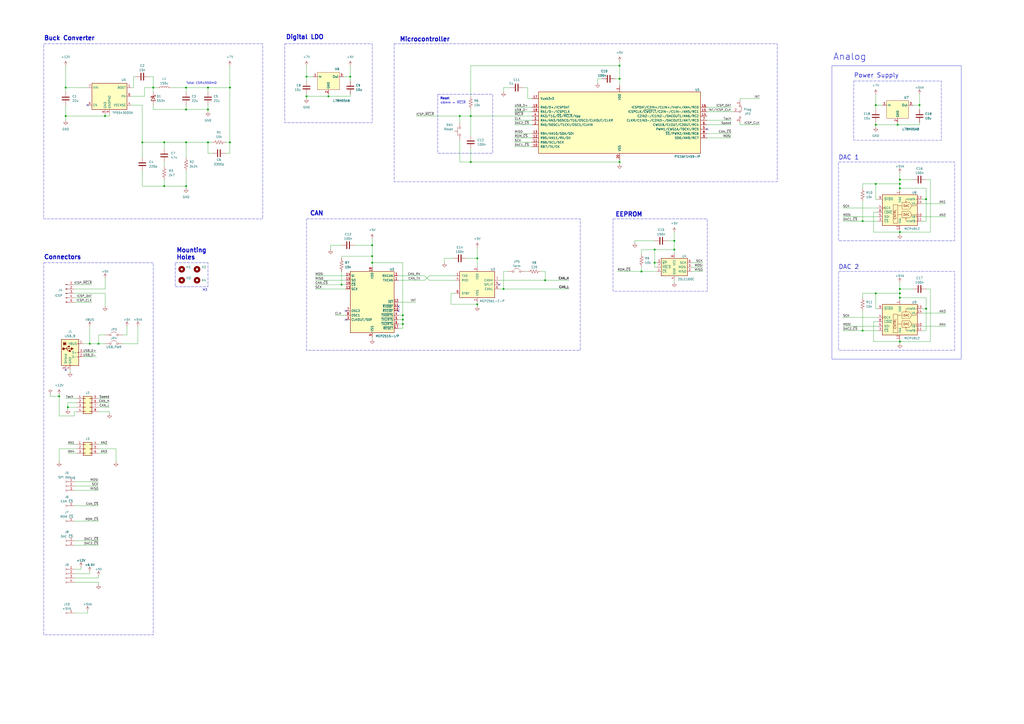
<source format=kicad_sch>
(kicad_sch (version 20250114) (generator "eeschema") (generator_version "9.0")
  (paper "A2")
  (title_block (title "CAN Gauge Interface") (date "2025-09-19") (rev "0.1") (company "Sam Anthony"))
  (rectangle (start 25.4 25.4) (end 152.4 127) (stroke (width 0) (type dash)))
  (rectangle (start 495.3 46.99) (end 546.1 81.28) (stroke (width 0) (type dash)))
  (rectangle (start 355.6 127) (end 410.21 168.91) (stroke (width 0) (type dash)))
  (rectangle (start 101.6 152.3999) (end 120.65 166.3699) (stroke (width 0) (type dash)))
  (rectangle (start 165.1 25.4) (end 215.9 71.12) (stroke (width 0) (type dash)))
  (rectangle (start 254 54.61) (end 285.75 88.9) (stroke (width 0) (type dash)))
  (rectangle (start 486.41 157.48) (end 553.72 203.2) (stroke (width 0) (type dash)))
  (rectangle (start 177.8 127) (end 336.55 203.2) (stroke (width 0) (type dash)))
  (rectangle (start 25.4 152.4) (end 88.9 368.3) (stroke (width 0) (type dash)))
  (rectangle (start 486.41 93.98) (end 553.72 139.7) (stroke (width 0) (type dash)))
  (rectangle (start 228.6 25.4) (end 450.85 105.41) (stroke (width 0) (type dash)))
  (rectangle (start 482.6 38.1) (end 557.53 208.28))
  (text "Connectors" (at 25.4 149.225 0) (effects (font (size 2.54 2.54) (thickness 0.508) (bold yes)) (justify left)))
  (text "Power Supply" (at 495.3 43.815 0) (effects (font (size 2.54 2.54) (thickness 0.254) (bold yes)) (justify left)))
  (text "Buck Converter" (at 25.4 22.225 0) (effects (font (size 2.54 2.54) (thickness 0.508) (bold yes)) (justify left)))
  (text "Total ESR≤550mΩ" (at 107.95 48.26 0) (effects (font (size 1.27 1.27)) (justify left)))
  (text "CAN" (at 179.705 123.825 0) (effects (font (size 2.54 2.54) (thickness 0.508) (bold yes)) (justify left)))
  (text "Reset" (at 255.27 57.15 0) (effects (font (size 1.27 1.27) (thickness 0.254) (bold yes)) (justify left)))
  (text "Mounting\nHoles" (at 102.235 147.3199 0) (effects (font (size 2.54 2.54) (thickness 0.508) (bold yes)) (justify left)))
  (text "M3\n" (at 117.475 168.2749 0) (effects (font (size 1.27 1.27)) (justify left)))
  (text "EEPROM" (at 356.87 124.46 0) (effects (font (size 2.54 2.54) (thickness 0.508) (bold yes)) (justify left)))
  (text "Digital LDO" (at 165.735 21.59 0) (effects (font (size 2.54 2.54) (thickness 0.508) (bold yes)) (justify left)))
  (text "≤6mm ↔ ~{MCLR}" (at 255.27 59.69 0) (effects (font (size 1.27 1.27)) (justify left)))
  (text "DAC 1" (at 486.41 91.44 0) (effects (font (size 2.54 2.54) (thickness 0.254) (bold yes)) (justify left)))
  (text "Microcontroller" (at 231.775 22.86 0) (effects (font (size 2.54 2.54) (thickness 0.508) (bold yes)) (justify left)))
  (text "Analog" (at 483.235 33.02 0) (effects (font (size 3.81 3.81) (thickness 0.254) (bold yes)) (justify left)))
  (text "DAC 2" (at 486.41 154.94 0) (effects (font (size 2.54 2.54) (thickness 0.254) (bold yes)) (justify left)))
  (junction (at 38.1 50.8))
  (junction (at 120.65 50.8))
  (junction (at 39.37 236.22))
  (junction (at 521.97 170.18))
  (junction (at 120.65 63.5))
  (junction (at 521.97 172.72))
  (junction (at 391.16 144.78))
  (junction (at 521.97 104.14))
  (junction (at 233.68 185.42))
  (junction (at 533.4 60.96))
  (junction (at 508 170.18))
  (junction (at 391.16 139.7))
  (junction (at 537.21 115.57))
  (junction (at 60.96 67.31))
  (junction (at 500.38 191.77))
  (junction (at 107.95 82.55))
  (junction (at 34.29 229.87))
  (junction (at 359.41 38.1))
  (junction (at 203.2 44.45))
  (junction (at 107.95 63.5))
  (junction (at 273.05 93.98))
  (junction (at 177.8 55.88))
  (junction (at 233.68 182.88))
  (junction (at 359.41 45.72))
  (junction (at 120.65 82.55))
  (junction (at 266.7 67.31))
  (junction (at 500.38 128.27))
  (junction (at 88.9 50.8))
  (junction (at 521.97 134.62))
  (junction (at 95.25 107.95))
  (junction (at 82.55 82.55))
  (junction (at 38.1 67.31))
  (junction (at 359.41 93.98))
  (junction (at 107.95 107.95))
  (junction (at 215.9 142.24))
  (junction (at 521.97 106.68))
  (junction (at 521.97 198.12))
  (junction (at 537.21 179.07))
  (junction (at 95.25 82.55))
  (junction (at 276.86 176.53))
  (junction (at 508 60.96))
  (junction (at 215.9 152.4))
  (junction (at 57.15 199.39))
  (junction (at 276.86 149.86))
  (junction (at 52.07 199.39))
  (junction (at 316.23 162.56))
  (junction (at 379.73 152.4))
  (junction (at 133.35 50.8))
  (junction (at 521.97 167.64))
  (junction (at 372.11 157.48))
  (junction (at 215.9 148.59))
  (junction (at 508 106.68))
  (junction (at 190.5 55.88))
  (junction (at 198.12 165.1))
  (junction (at 508 72.39))
  (junction (at 379.73 144.78))
  (junction (at 133.35 82.55))
  (junction (at 520.7 72.39))
  (junction (at 521.97 109.22))
  (junction (at 177.8 44.45))
  (junction (at 107.95 50.8))
  (junction (at 273.05 67.31))
  (junction (at 233.68 187.96))
  (junction (at 292.1 167.64))
  (no_connect (at 231.14 177.8))
  (no_connect (at 38.1 214.63))
  (no_connect (at 200.66 185.42))
  (no_connect (at 50.8 60.96))
  (no_connect (at 289.56 165.1))
  (no_connect (at 200.66 180.34))
  (no_connect (at 410.21 74.93))
  (no_connect (at 231.14 180.34))
  (wire (pts (xy 231.14 162.56) (xy 246.38 162.56)))
  (wire (pts (xy 410.21 69.85) (xy 424.18 69.85)))
  (wire (pts (xy 203.2 55.88) (xy 203.2 54.61)))
  (wire (pts (xy 215.9 142.24) (xy 215.9 148.59)))
  (wire (pts (xy 57.15 199.39) (xy 60.96 199.39)))
  (wire (pts (xy 506.73 186.69) (xy 509.27 186.69)))
  (wire (pts (xy 292.1 157.48) (xy 294.64 157.48)))
  (wire (pts (xy 44.45 260.35) (xy 34.29 260.35)))
  (wire (pts (xy 48.26 204.47) (xy 55.88 204.47)))
  (wire (pts (xy 233.68 187.96) (xy 233.68 185.42)))
  (wire (pts (xy 506.73 123.19) (xy 509.27 123.19)))
  (wire (pts (xy 231.14 187.96) (xy 233.68 187.96)))
  (wire (pts (xy 57.15 194.31) (xy 57.15 199.39)))
  (wire (pts (xy 289.56 167.64) (xy 292.1 167.64)))
  (wire (pts (xy 273.05 55.88) (xy 273.05 38.1)))
  (wire (pts (xy 266.7 67.31) (xy 266.7 71.12)))
  (wire (pts (xy 521.97 172.72) (xy 521.97 173.99)))
  (wire (pts (xy 215.9 195.58) (xy 215.9 196.85)))
  (wire (pts (xy 60.96 167.64) (xy 60.96 161.29)))
  (wire (pts (xy 266.7 67.31) (xy 273.05 67.31)))
  (wire (pts (xy 381 152.4) (xy 379.73 152.4)))
  (wire (pts (xy 508 71.12) (xy 508 72.39)))
  (wire (pts (xy 38.1 38.1) (xy 38.1 50.8)))
  (wire (pts (xy 262.89 149.86) (xy 257.81 149.86)))
  (wire (pts (xy 508 179.07) (xy 508 170.18)))
  (wire (pts (xy 177.8 55.88) (xy 190.5 55.88)))
  (wire (pts (xy 500.38 191.77) (xy 509.27 191.77)))
  (wire (pts (xy 372.11 144.78) (xy 379.73 144.78)))
  (wire (pts (xy 534.67 128.27) (xy 537.21 128.27)))
  (wire (pts (xy 488.95 184.15) (xy 509.27 184.15)))
  (wire (pts (xy 120.65 50.8) (xy 133.35 50.8)))
  (wire (pts (xy 521.97 196.85) (xy 521.97 198.12)))
  (wire (pts (xy 82.55 91.44) (xy 82.55 82.55)))
  (wire (pts (xy 233.68 185.42) (xy 233.68 182.88)))
  (wire (pts (xy 123.19 82.55) (xy 120.65 82.55)))
  (wire (pts (xy 521.97 198.12) (xy 521.97 199.39)))
  (wire (pts (xy 537.21 172.72) (xy 521.97 172.72)))
  (wire (pts (xy 410.21 64.77) (xy 425.45 64.77)))
  (wire (pts (xy 34.29 241.3) (xy 34.29 229.87)))
  (wire (pts (xy 198.12 165.1) (xy 198.12 157.48)))
  (wire (pts (xy 57.15 260.35) (xy 67.31 260.35)))
  (wire (pts (xy 52.07 332.74) (xy 52.07 331.47)))
  (wire (pts (xy 203.2 46.99) (xy 203.2 44.45)))
  (wire (pts (xy 39.37 236.22) (xy 39.37 237.49)))
  (wire (pts (xy 38.1 50.8) (xy 38.1 53.34)))
  (wire (pts (xy 43.18 293.37) (xy 57.15 293.37)))
  (wire (pts (xy 57.15 233.68) (xy 63.5 233.68)))
  (wire (pts (xy 298.45 82.55) (xy 308.61 82.55)))
  (wire (pts (xy 506.73 134.62) (xy 521.97 134.62)))
  (wire (pts (xy 82.55 60.96) (xy 82.55 82.55)))
  (wire (pts (xy 534.67 181.61) (xy 548.64 181.61)))
  (wire (pts (xy 203.2 44.45) (xy 199.39 44.45)))
  (wire (pts (xy 539.75 134.62) (xy 521.97 134.62)))
  (wire (pts (xy 182.88 165.1) (xy 198.12 165.1)))
  (wire (pts (xy 511.81 60.96) (xy 508 60.96)))
  (wire (pts (xy 43.18 302.26) (xy 57.15 302.26)))
  (wire (pts (xy 429.26 71.12) (xy 429.26 72.39)))
  (wire (pts (xy 95.25 93.98) (xy 95.25 96.52)))
  (wire (pts (xy 509.27 115.57) (xy 508 115.57)))
  (wire (pts (xy 508 72.39) (xy 520.7 72.39)))
  (wire (pts (xy 534.67 118.11) (xy 548.64 118.11)))
  (wire (pts (xy 88.9 63.5) (xy 107.95 63.5)))
  (wire (pts (xy 298.45 69.85) (xy 308.61 69.85)))
  (wire (pts (xy 182.88 160.02) (xy 200.66 160.02)))
  (wire (pts (xy 537.21 109.22) (xy 537.21 115.57)))
  (wire (pts (xy 410.21 62.23) (xy 424.18 62.23)))
  (wire (pts (xy 508 106.68) (xy 521.97 106.68)))
  (wire (pts (xy 508 115.57) (xy 508 106.68)))
  (wire (pts (xy 537.21 172.72) (xy 537.21 179.07)))
  (wire (pts (xy 194.31 182.88) (xy 200.66 182.88)))
  (wire (pts (xy 46.99 330.2) (xy 46.99 328.93)))
  (wire (pts (xy 488.95 189.23) (xy 509.27 189.23)))
  (wire (pts (xy 203.2 38.1) (xy 203.2 44.45)))
  (wire (pts (xy 520.7 72.39) (xy 520.7 71.12)))
  (wire (pts (xy 372.11 147.32) (xy 372.11 144.78)))
  (wire (pts (xy 177.8 54.61) (xy 177.8 55.88)))
  (wire (pts (xy 359.41 45.72) (xy 356.87 45.72)))
  (wire (pts (xy 57.15 236.22) (xy 63.5 236.22)))
  (wire (pts (xy 359.41 49.53) (xy 359.41 45.72)))
  (wire (pts (xy 215.9 148.59) (xy 215.9 152.4)))
  (wire (pts (xy 82.55 107.95) (xy 95.25 107.95)))
  (wire (pts (xy 107.95 82.55) (xy 95.25 82.55)))
  (wire (pts (xy 241.3 67.31) (xy 266.7 67.31)))
  (wire (pts (xy 429.26 58.42) (xy 429.26 57.15)))
  (wire (pts (xy 521.97 167.64) (xy 521.97 170.18)))
  (wire (pts (xy 71.12 199.39) (xy 80.01 199.39)))
  (wire (pts (xy 506.73 134.62) (xy 506.73 123.19)))
  (wire (pts (xy 107.95 82.55) (xy 107.95 91.44)))
  (wire (pts (xy 534.67 189.23) (xy 548.64 189.23)))
  (wire (pts (xy 50.8 355.6) (xy 50.8 354.33)))
  (wire (pts (xy 43.18 165.1) (xy 53.34 165.1)))
  (wire (pts (xy 191.77 142.24) (xy 191.77 144.78)))
  (wire (pts (xy 120.65 82.55) (xy 107.95 82.55)))
  (wire (pts (xy 57.15 238.76) (xy 63.5 238.76)))
  (wire (pts (xy 39.37 236.22) (xy 44.45 236.22)))
  (wire (pts (xy 521.97 163.83) (xy 521.97 167.64)))
  (wire (pts (xy 539.75 167.64) (xy 539.75 198.12)))
  (wire (pts (xy 133.35 50.8) (xy 133.35 82.55)))
  (wire (pts (xy 60.96 170.18) (xy 60.96 177.8)))
  (wire (pts (xy 308.61 57.15) (xy 306.07 57.15)))
  (wire (pts (xy 539.75 104.14) (xy 539.75 134.62)))
  (wire (pts (xy 379.73 154.94) (xy 379.73 152.4)))
  (wire (pts (xy 537.21 109.22) (xy 521.97 109.22)))
  (wire (pts (xy 44.45 233.68) (xy 39.37 233.68)))
  (wire (pts (xy 57.15 337.82) (xy 57.15 339.09)))
  (wire (pts (xy 379.73 144.78) (xy 391.16 144.78)))
  (wire (pts (xy 177.8 55.88) (xy 177.8 57.15)))
  (wire (pts (xy 372.11 157.48) (xy 372.11 154.94)))
  (wire (pts (xy 67.31 260.35) (xy 67.31 267.97)))
  (wire (pts (xy 38.1 67.31) (xy 38.1 69.85)))
  (wire (pts (xy 391.16 139.7) (xy 391.16 144.78)))
  (wire (pts (xy 401.32 157.48) (xy 407.67 157.48)))
  (wire (pts (xy 306.07 50.8) (xy 303.53 50.8)))
  (wire (pts (xy 533.4 54.61) (xy 533.4 60.96)))
  (wire (pts (xy 107.95 50.8) (xy 120.65 50.8)))
  (wire (pts (xy 88.9 44.45) (xy 88.9 50.8)))
  (wire (pts (xy 270.51 149.86) (xy 276.86 149.86)))
  (wire (pts (xy 76.2 60.96) (xy 82.55 60.96)))
  (wire (pts (xy 88.9 60.96) (xy 88.9 63.5)))
  (wire (pts (xy 410.21 80.01) (xy 424.18 80.01)))
  (wire (pts (xy 198.12 149.86) (xy 198.12 148.59)))
  (wire (pts (xy 306.07 57.15) (xy 306.07 50.8)))
  (wire (pts (xy 107.95 63.5) (xy 120.65 63.5)))
  (wire (pts (xy 429.26 57.15) (xy 440.69 57.15)))
  (wire (pts (xy 190.5 55.88) (xy 190.5 54.61)))
  (wire (pts (xy 292.1 50.8) (xy 292.1 53.34)))
  (wire (pts (xy 57.15 262.89) (xy 62.23 262.89)))
  (wire (pts (xy 500.38 106.68) (xy 508 106.68)))
  (wire (pts (xy 99.06 50.8) (xy 107.95 50.8)))
  (wire (pts (xy 44.45 238.76) (xy 43.18 238.76)))
  (wire (pts (xy 107.95 60.96) (xy 107.95 63.5)))
  (wire (pts (xy 88.9 53.34) (xy 88.9 50.8)))
  (wire (pts (xy 257.81 149.86) (xy 257.81 152.4)))
  (wire (pts (xy 316.23 157.48) (xy 316.23 162.56)))
  (wire (pts (xy 39.37 257.81) (xy 44.45 257.81)))
  (wire (pts (xy 120.65 82.55) (xy 120.65 88.9)))
  (wire (pts (xy 43.18 335.28) (xy 57.15 335.28)))
  (wire (pts (xy 107.95 107.95) (xy 107.95 109.22)))
  (wire (pts (xy 410.21 72.39) (xy 424.18 72.39)))
  (wire (pts (xy 63.5 238.76) (xy 63.5 240.03)))
  (wire (pts (xy 133.35 82.55) (xy 133.35 88.9)))
  (wire (pts (xy 233.68 152.4) (xy 233.68 182.88)))
  (wire (pts (xy 95.25 107.95) (xy 107.95 107.95)))
  (wire (pts (xy 43.18 316.23) (xy 57.15 316.23)))
  (wire (pts (xy 233.68 152.4) (xy 215.9 152.4)))
  (wire (pts (xy 120.65 50.8) (xy 120.65 53.34)))
  (wire (pts (xy 521.97 109.22) (xy 521.97 110.49)))
  (wire (pts (xy 298.45 77.47) (xy 308.61 77.47)))
  (wire (pts (xy 200.66 165.1) (xy 198.12 165.1)))
  (wire (pts (xy 298.45 85.09) (xy 308.61 85.09)))
  (wire (pts (xy 316.23 162.56) (xy 330.2 162.56)))
  (wire (pts (xy 539.75 198.12) (xy 521.97 198.12)))
  (wire (pts (xy 198.12 148.59) (xy 215.9 148.59)))
  (wire (pts (xy 29.21 228.6) (xy 29.21 229.87)))
  (wire (pts (xy 120.65 63.5) (xy 120.65 60.96)))
  (wire (pts (xy 107.95 107.95) (xy 107.95 99.06)))
  (wire (pts (xy 177.8 38.1) (xy 177.8 44.45)))
  (wire (pts (xy 60.96 194.31) (xy 57.15 194.31)))
  (wire (pts (xy 537.21 179.07) (xy 537.21 191.77)))
  (wire (pts (xy 521.97 100.33) (xy 521.97 104.14)))
  (wire (pts (xy 231.14 190.5) (xy 233.68 190.5)))
  (wire (pts (xy 29.21 229.87) (xy 34.29 229.87)))
  (wire (pts (xy 304.8 157.48) (xy 306.07 157.48)))
  (wire (pts (xy 358.14 157.48) (xy 372.11 157.48)))
  (wire (pts (xy 107.95 50.8) (xy 107.95 53.34)))
  (wire (pts (xy 506.73 198.12) (xy 521.97 198.12)))
  (wire (pts (xy 295.91 50.8) (xy 292.1 50.8)))
  (wire (pts (xy 521.97 104.14) (xy 529.59 104.14)))
  (wire (pts (xy 43.18 284.48) (xy 57.15 284.48)))
  (wire (pts (xy 43.18 281.94) (xy 57.15 281.94)))
  (wire (pts (xy 521.97 170.18) (xy 521.97 172.72)))
  (wire (pts (xy 500.38 172.72) (xy 500.38 170.18)))
  (wire (pts (xy 43.18 238.76) (xy 43.18 241.3)))
  (wire (pts (xy 57.15 231.14) (xy 63.5 231.14)))
  (wire (pts (xy 60.96 67.31) (xy 60.96 66.04)))
  (wire (pts (xy 43.18 241.3) (xy 34.29 241.3)))
  (wire (pts (xy 82.55 82.55) (xy 95.25 82.55)))
  (wire (pts (xy 534.67 179.07) (xy 537.21 179.07)))
  (wire (pts (xy 48.26 199.39) (xy 52.07 199.39)))
  (wire (pts (xy 500.38 170.18) (xy 508 170.18)))
  (wire (pts (xy 298.45 64.77) (xy 308.61 64.77)))
  (wire (pts (xy 500.38 128.27) (xy 509.27 128.27)))
  (wire (pts (xy 359.41 38.1) (xy 359.41 45.72)))
  (wire (pts (xy 401.32 154.94) (xy 407.67 154.94)))
  (wire (pts (xy 120.65 63.5) (xy 120.65 64.77)))
  (wire (pts (xy 521.97 106.68) (xy 521.97 109.22)))
  (wire (pts (xy 57.15 257.81) (xy 62.23 257.81)))
  (wire (pts (xy 410.21 77.47) (xy 424.18 77.47)))
  (wire (pts (xy 359.41 93.98) (xy 359.41 95.25)))
  (wire (pts (xy 273.05 93.98) (xy 273.05 86.36)))
  (wire (pts (xy 76.2 50.8) (xy 77.47 50.8)))
  (wire (pts (xy 508 170.18) (xy 521.97 170.18)))
  (wire (pts (xy 276.86 176.53) (xy 276.86 177.8)))
  (wire (pts (xy 248.92 160.02) (xy 246.38 162.56)))
  (wire (pts (xy 273.05 93.98) (xy 266.7 93.98)))
  (wire (pts (xy 73.66 194.31) (xy 73.66 189.23)))
  (wire (pts (xy 38.1 60.96) (xy 38.1 67.31)))
  (wire (pts (xy 43.18 332.74) (xy 52.07 332.74)))
  (wire (pts (xy 57.15 335.28) (xy 57.15 334.01)))
  (wire (pts (xy 39.37 233.68) (xy 39.37 236.22)))
  (wire (pts (xy 500.38 116.84) (xy 500.38 128.27)))
  (wire (pts (xy 346.71 45.72) (xy 349.25 45.72)))
  (wire (pts (xy 391.16 162.56) (xy 391.16 163.83)))
  (wire (pts (xy 34.29 260.35) (xy 34.29 267.97)))
  (wire (pts (xy 38.1 231.14) (xy 44.45 231.14)))
  (wire (pts (xy 231.14 182.88) (xy 233.68 182.88)))
  (wire (pts (xy 130.81 82.55) (xy 133.35 82.55)))
  (wire (pts (xy 391.16 144.78) (xy 391.16 147.32)))
  (wire (pts (xy 379.73 144.78) (xy 379.73 152.4)))
  (wire (pts (xy 266.7 93.98) (xy 266.7 81.28)))
  (wire (pts (xy 88.9 50.8) (xy 91.44 50.8)))
  (wire (pts (xy 521.97 134.62) (xy 521.97 135.89)))
  (wire (pts (xy 43.18 337.82) (xy 57.15 337.82)))
  (wire (pts (xy 508 60.96) (xy 508 63.5)))
  (wire (pts (xy 313.69 157.48) (xy 316.23 157.48)))
  (wire (pts (xy 488.95 191.77) (xy 500.38 191.77)))
  (wire (pts (xy 276.86 175.26) (xy 276.86 176.53)))
  (wire (pts (xy 43.18 313.69) (xy 57.15 313.69)))
  (wire (pts (xy 63.5 66.04) (xy 63.5 67.31)))
  (wire (pts (xy 508 72.39) (xy 508 73.66)))
  (wire (pts (xy 506.73 198.12) (xy 506.73 186.69)))
  (wire (pts (xy 429.26 72.39) (xy 440.69 72.39)))
  (wire (pts (xy 292.1 167.64) (xy 292.1 157.48)))
  (wire (pts (xy 508 54.61) (xy 508 60.96)))
  (wire (pts (xy 182.88 167.64) (xy 200.66 167.64)))
  (wire (pts (xy 43.18 355.6) (xy 50.8 355.6)))
  (wire (pts (xy 133.35 88.9) (xy 130.81 88.9)))
  (wire (pts (xy 52.07 199.39) (xy 57.15 199.39)))
  (wire (pts (xy 387.35 139.7) (xy 391.16 139.7)))
  (wire (pts (xy 391.16 134.62) (xy 391.16 139.7)))
  (wire (pts (xy 537.21 104.14) (xy 539.75 104.14)))
  (wire (pts (xy 273.05 67.31) (xy 308.61 67.31)))
  (wire (pts (xy 198.12 142.24) (xy 191.77 142.24)))
  (wire (pts (xy 261.62 170.18) (xy 264.16 170.18)))
  (wire (pts (xy 215.9 138.43) (xy 215.9 142.24)))
  (wire (pts (xy 273.05 38.1) (xy 359.41 38.1)))
  (wire (pts (xy 521.97 104.14) (xy 521.97 106.68)))
  (wire (pts (xy 43.18 167.64) (xy 60.96 167.64)))
  (wire (pts (xy 534.67 115.57) (xy 537.21 115.57)))
  (wire (pts (xy 289.56 162.56) (xy 316.23 162.56)))
  (wire (pts (xy 359.41 92.71) (xy 359.41 93.98)))
  (wire (pts (xy 95.25 104.14) (xy 95.25 107.95)))
  (wire (pts (xy 77.47 44.45) (xy 78.74 44.45)))
  (wire (pts (xy 77.47 50.8) (xy 77.47 44.45)))
  (wire (pts (xy 133.35 38.1) (xy 133.35 50.8)))
  (wire (pts (xy 83.82 50.8) (xy 88.9 50.8)))
  (wire (pts (xy 533.4 72.39) (xy 533.4 71.12)))
  (wire (pts (xy 76.2 55.88) (xy 83.82 55.88)))
  (wire (pts (xy 82.55 99.06) (xy 82.55 107.95)))
  (wire (pts (xy 43.18 170.18) (xy 60.96 170.18)))
  (wire (pts (xy 52.07 189.23) (xy 52.07 199.39)))
  (wire (pts (xy 177.8 44.45) (xy 177.8 46.99)))
  (wire (pts (xy 120.65 88.9) (xy 123.19 88.9)))
  (wire (pts (xy 215.9 152.4) (xy 215.9 154.94)))
  (wire (pts (xy 401.32 152.4) (xy 407.67 152.4)))
  (wire (pts (xy 190.5 55.88) (xy 203.2 55.88)))
  (wire (pts (xy 48.26 207.01) (xy 55.88 207.01)))
  (wire (pts (xy 261.62 176.53) (xy 261.62 170.18)))
  (wire (pts (xy 34.29 229.87) (xy 34.29 228.6)))
  (wire (pts (xy 63.5 67.31) (xy 60.96 67.31)))
  (wire (pts (xy 43.18 175.26) (xy 53.34 175.26)))
  (wire (pts (xy 181.61 44.45) (xy 177.8 44.45)))
  (wire (pts (xy 381 154.94) (xy 379.73 154.94)))
  (wire (pts (xy 534.67 125.73) (xy 548.64 125.73)))
  (wire (pts (xy 205.74 142.24) (xy 215.9 142.24)))
  (wire (pts (xy 231.14 160.02) (xy 246.38 160.02)))
  (wire (pts (xy 500.38 109.22) (xy 500.38 106.68)))
  (wire (pts (xy 80.01 199.39) (xy 80.01 189.23)))
  (wire (pts (xy 500.38 180.34) (xy 500.38 191.77)))
  (wire (pts (xy 276.86 176.53) (xy 261.62 176.53)))
  (wire (pts (xy 40.64 214.63) (xy 40.64 215.9)))
  (wire (pts (xy 346.71 48.26) (xy 346.71 45.72)))
  (wire (pts (xy 534.67 191.77) (xy 537.21 191.77)))
  (wire (pts (xy 43.18 279.4) (xy 57.15 279.4)))
  (wire (pts (xy 488.95 128.27) (xy 500.38 128.27)))
  (wire (pts (xy 368.3 139.7) (xy 368.3 140.97)))
  (wire (pts (xy 60.96 67.31) (xy 38.1 67.31)))
  (wire (pts (xy 368.3 139.7) (xy 379.73 139.7)))
  (wire (pts (xy 38.1 50.8) (xy 50.8 50.8)))
  (wire (pts (xy 509.27 179.07) (xy 508 179.07)))
  (wire (pts (xy 298.45 80.01) (xy 308.61 80.01)))
  (wire (pts (xy 359.41 35.56) (xy 359.41 38.1)))
  (wire (pts (xy 276.86 143.51) (xy 276.86 149.86)))
  (wire (pts (xy 381 157.48) (xy 372.11 157.48)))
  (wire (pts (xy 83.82 55.88) (xy 83.82 50.8)))
  (wire (pts (xy 233.68 190.5) (xy 233.68 187.96)))
  (wire (pts (xy 537.21 167.64) (xy 539.75 167.64)))
  (wire (pts (xy 521.97 167.64) (xy 529.59 167.64)))
  (wire (pts (xy 488.95 125.73) (xy 509.27 125.73)))
  (wire (pts (xy 292.1 167.64) (xy 330.2 167.64)))
  (wire (pts (xy 231.14 175.26) (xy 241.3 175.26)))
  (wire (pts (xy 39.37 262.89) (xy 44.45 262.89)))
  (wire (pts (xy 231.14 185.42) (xy 233.68 185.42)))
  (wire (pts (xy 521.97 133.35) (xy 521.97 134.62)))
  (wire (pts (xy 298.45 62.23) (xy 308.61 62.23)))
  (wire (pts (xy 71.12 194.31) (xy 73.66 194.31)))
  (wire (pts (xy 248.92 162.56) (xy 264.16 162.56)))
  (wire (pts (xy 488.95 120.65) (xy 509.27 120.65)))
  (wire (pts (xy 182.88 162.56) (xy 200.66 162.56)))
  (wire (pts (xy 533.4 63.5) (xy 533.4 60.96)))
  (wire (pts (xy 248.92 160.02) (xy 264.16 160.02)))
  (wire (pts (xy 246.38 160.02) (xy 248.92 162.56)))
  (wire (pts (xy 43.18 330.2) (xy 46.99 330.2)))
  (wire (pts (xy 273.05 67.31) (xy 273.05 78.74)))
  (wire (pts (xy 537.21 115.57) (xy 537.21 128.27)))
  (wire (pts (xy 273.05 63.5) (xy 273.05 67.31)))
  (wire (pts (xy 43.18 172.72) (xy 53.34 172.72)))
  (wire (pts (xy 86.36 44.45) (xy 88.9 44.45)))
  (wire (pts (xy 359.41 93.98) (xy 273.05 93.98)))
  (wire (pts (xy 520.7 72.39) (xy 533.4 72.39)))
  (wire (pts (xy 276.86 149.86) (xy 276.86 154.94)))
  (wire (pts (xy 95.25 82.55) (xy 95.25 86.36)))
  (wire (pts (xy 533.4 60.96) (xy 529.59 60.96)))
  (wire (pts (xy 298.45 72.39) (xy 308.61 72.39)))
  (label "DAC1_~{CS}" (at 488.95 128.27 0))
  (label "MISO" (at 57.15 284.48 180))
  (label "CAN_H" (at 330.2 162.56 180) (effects (font (thickness 0.254) (bold yes))))
  (label "SCK" (at 407.67 152.4 180) (effects (font (thickness 0.1588))))
  (label "Speed" (at 63.5 231.14 180) (effects (font (thickness 0.1588))))
  (label "CLK" (at 298.45 69.85 0))
  (label "MOSI" (at 424.18 80.01 180) (effects (font (thickness 0.1588))))
  (label "ICSP_DAT" (at 424.18 62.23 180))
  (label "CAN_L" (at 63.5 236.22 180))
  (label "ROM_~{CS}" (at 358.14 157.48 0) (effects (font (thickness 0.1588))))
  (label "MOSI" (at 182.88 160.02 0) (effects (font (thickness 0.1588))))
  (label "DAC1_~{CS}" (at 298.45 85.09 0))
  (label "AN3" (at 62.23 262.89 180) (effects (font (thickness 0.1588))))
  (label "Speed" (at 424.18 72.39 180))
  (label "AN1" (at 548.64 118.11 180))
  (label "CAN_~{CS}" (at 424.18 77.47 180))
  (label "CAN_~{CS}" (at 57.15 293.37 180))
  (label "INT" (at 440.69 57.15 180))
  (label "CLK" (at 194.31 182.88 0))
  (label "MISO" (at 407.67 157.48 180) (effects (font (thickness 0.1588))))
  (label "INT" (at 241.3 175.26 180) (effects (font (thickness 0.1588))))
  (label "MOSI" (at 407.67 154.94 180) (effects (font (thickness 0.1588))))
  (label "ICSP_CLK" (at 53.34 175.26 180))
  (label "AN2" (at 62.23 257.81 180) (effects (font (thickness 0.1588))))
  (label "SCK" (at 298.45 82.55 0) (effects (font (thickness 0.1588))))
  (label "Tach" (at 38.1 231.14 0) (effects (font (thickness 0.1588))))
  (label "CAN_~{CS}" (at 182.88 165.1 0) (effects (font (thickness 0.1588))))
  (label "ICSP_CLK" (at 440.69 72.39 180))
  (label "USB_D+" (at 298.45 62.23 0))
  (label "SCK" (at 488.95 184.15 0) (effects (font (thickness 0.1588))))
  (label "ROM_~{CS}" (at 57.15 302.26 180))
  (label "AN1" (at 39.37 257.81 0) (effects (font (thickness 0.1588))))
  (label "DAC2_~{CS}" (at 298.45 72.39 0))
  (label "USB_D-" (at 298.45 64.77 0))
  (label "INT{slash}ICSP_CLK" (at 424.18 64.77 180))
  (label "SCK" (at 57.15 281.94 180))
  (label "AN4" (at 39.37 262.89 0) (effects (font (thickness 0.1588))))
  (label "MOSI" (at 488.95 125.73 0))
  (label "AN4" (at 548.64 189.23 180))
  (label "MISO" (at 182.88 162.56 0) (effects (font (thickness 0.1588))))
  (label "DAC1_~{CS}" (at 57.15 313.69 180))
  (label "MOSI" (at 57.15 279.4 180))
  (label "~{MCLR}" (at 298.45 67.31 0))
  (label "AN3" (at 548.64 181.61 180))
  (label "DAC2_~{CS}" (at 57.15 316.23 180))
  (label "USB_D-" (at 55.88 207.01 180))
  (label "AN2" (at 548.64 125.73 180))
  (label "USB_D+" (at 55.88 204.47 180))
  (label "SCK" (at 182.88 167.64 0) (effects (font (thickness 0.1588))))
  (label "Tach" (at 424.18 69.85 180))
  (label "ROM_~{CS}" (at 298.45 80.01 0))
  (label "ICSP_DAT" (at 53.34 172.72 180))
  (label "CAN_RX" (at 243.84 160.02 180))
  (label "ICSP_~{MCLR}" (at 53.34 165.1 180))
  (label "MISO" (at 298.45 77.47 0) (effects (font (thickness 0.1588))))
  (label "ICSP_~{MCLR}" (at 241.3 67.31 0))
  (label "MOSI" (at 488.95 189.23 0))
  (label "CAN_L" (at 330.2 167.64 180) (effects (font (thickness 0.254) (bold yes))))
  (label "SCK" (at 488.95 120.65 0) (effects (font (thickness 0.1588))))
  (label "DAC2_~{CS}" (at 488.95 191.77 0))
  (label "CAN_TX" (at 243.84 162.56 180))
  (label "CAN_H" (at 63.5 233.68 180) (effects (font (thickness 0.1588))))
  (symbol (lib_id "power:GND") (at 107.95 109.22 0) (unit 1)
    (property "Reference" "#PWR012" (effects (hide yes)))
    (property "Value" "GND" (at 107.95 114.3 0))
    (property "Description" "Power symbol creates a global label with name \"GND\" , ground" (effects (hide yes)))
  )
  (symbol (lib_id "power:GND") (at 215.9 196.85 0) (unit 1)
    (property "Reference" "#PWR028" (effects (hide yes)))
    (property "Value" "GND" (effects (hide yes)))
    (property "Description" "Power symbol creates a global label with name \"GND\" , ground" (effects (hide yes)))
  )
  (symbol (lib_id "Device:C") (at 107.95 57.15 0) (unit 1)
    (property "Reference" "C3" (at 111.125 55.88 0) (effects (justify left)))
    (property "Value" "22u" (at 111.125 58.42 0) (effects (justify left)))
    (property "Footprint" "Capacitor_SMD:C_1206_3216Metric" (effects (hide yes)))
    (property "Description" "Unpolarized capacitor" (effects (hide yes)))
  )
  (symbol (lib_id "power:GND") (at 120.65 64.77 0) (unit 1)
    (property "Reference" "#PWR04" (effects (hide yes)))
    (property "Value" "GND" (at 120.65 69.85 0))
    (property "Description" "Power symbol creates a global label with name \"GND\" , ground" (effects (hide yes)))
  )
  (symbol (lib_id "Device:C") (at 95.25 90.17 0) (unit 1)
    (property "Reference" "C7" (at 99.06 88.8999 0) (effects (justify left)))
    (property "Value" "47n" (at 99.06 91.4399 0) (effects (justify left)))
    (property "Footprint" "Capacitor_SMD:C_0805_2012Metric" (effects (hide yes)))
    (property "Description" "Unpolarized capacitor" (effects (hide yes)))
  )
  (symbol (lib_id "power:GND") (at 57.15 339.09 0) (unit 1)
    (property "Reference" "#PWR039" (effects (hide yes)))
    (property "Value" "GND" (effects (hide yes)))
    (property "Description" "Power symbol creates a global label with name \"GND\" , ground" (effects (hide yes)))
  )
  (symbol (lib_id "power:+12V") (at 34.29 228.6 0) (unit 1)
    (property "Reference" "#PWR029" (effects (hide yes)))
    (property "Value" "+12V" (at 34.29 223.52 0))
    (property "Description" "Power symbol creates a global label with name \"+12V\"" (effects (hide yes)))
  )
  (symbol (lib_id "power:GND") (at 508 73.66 0) (unit 1)
    (property "Reference" "#PWR046" (effects (hide yes)))
    (property "Value" "GND" (at 508 78.74 0))
    (property "Description" "Power symbol creates a global label with name \"GND\" , ground" (effects (hide yes)))
  )
  (symbol (lib_id "power:GND") (at 63.5 240.03 0) (unit 1)
    (property "Reference" "#PWR033" (effects (hide yes)))
    (property "Value" "GND" (effects (hide yes)))
    (property "Description" "Power symbol creates a global label with name \"GND\" , ground" (effects (hide yes)))
  )
  (symbol (lib_id "power:+5V") (at 203.2 38.1 0) (unit 1)
    (property "Reference" "#PWR044" (effects (hide yes)))
    (property "Value" "+5V" (at 203.2 33.02 0))
    (property "Description" "Power symbol creates a global label with name \"+5V\"" (effects (hide yes)))
  )
  (symbol (lib_id "Device:C") (at 383.54 139.7 90) (unit 1)
    (property "Reference" "C15" (at 383.54 133.35 90))
    (property "Value" "100n" (at 383.54 135.89 90))
    (property "Footprint" "Capacitor_SMD:C_0805_2012Metric" (effects (hide yes)))
    (property "Description" "Unpolarized capacitor" (effects (hide yes)))
  )
  (symbol (lib_id "power:+7.5V") (at 177.8 38.1 0) (unit 1)
    (property "Reference" "#PWR043" (effects (hide yes)))
    (property "Value" "+7V" (at 177.8 33.02 0))
    (property "Description" "Power symbol creates a global label with name \"+7.5V\"" (effects (hide yes)))
  )
  (symbol (lib_id "Device:C") (at 266.7 149.86 90) (unit 1)
    (property "Reference" "C14" (at 266.7 143.51 90))
    (property "Value" "100n" (at 266.7 146.05 90))
    (property "Footprint" "Capacitor_SMD:C_0805_2012Metric" (effects (hide yes)))
    (property "Description" "Unpolarized capacitor" (effects (hide yes)))
  )
  (symbol (lib_id "Device:C") (at 38.1 57.15 0) (unit 1)
    (property "Reference" "C1" (at 41.91 55.8799 0) (effects (justify left)))
    (property "Value" "22u" (at 41.91 58.4199 0) (effects (justify left)))
    (property "Footprint" "Capacitor_SMD:C_1206_3216Metric" (effects (hide yes)))
    (property "Description" "Unpolarized capacitor" (effects (hide yes)))
  )
  (symbol (lib_id "Regulator_Switching:TPS5430DDA") (at 63.5 55.88 0) (unit 1)
    (property "Reference" "U5" (at 71.755 46.355 0))
    (property "Value" "TPS5430DDA" (at 71.12 65.405 0))
    (property "Footprint" "Package_SO:TI_SO-PowerPAD-8_ThermalVias" (effects (hide yes)))
    (property "Datasheet" "http://www.ti.com/lit/ds/symlink/tps5430.pdf" (effects (hide yes)))
    (property "Description" "3A, Step Down Swift Converter, Adjustable Output Voltage, 5.5-36V Input Voltage, PowerSO-8" (effects (hide yes)))
  )
  (symbol (lib_id "Memory_EEPROM:25LCxxx") (at 391.16 154.94 0) (unit 1)
    (property "Reference" "U4" (at 395.605 148.59 0) (effects (justify left)))
    (property "Value" "25LC160C" (at 393.065 161.925 0) (effects (justify left)))
    (property "Footprint" "Package_DIP:DIP-8-16_W7.62mm" (effects (hide yes)))
    (property "Datasheet" "http://ww1.microchip.com/downloads/en/DeviceDoc/21832H.pdf" (effects (hide yes)))
    (property "Description" "SPI Serial EEPROM, DIP-8/SOIC-8/TSSOP-8" (effects (hide yes)))
  )
  (symbol (lib_id "Jumper:Jumper_3_Bridged12") (at 429.26 64.77 270) (unit 1) (in_bom no)
    (property "Reference" "JP2" (at 433.705 66.04 90))
    (property "Value" "Prog" (at 433.705 63.5 90))
    (property "Footprint" "Connector_PinSocket_2.54mm:PinSocket_1x03_P2.54mm_Vertical" (effects (hide yes)))
    (property "Description" "Jumper, 3-pole, pins 1+2 closed/bridged" (effects (hide yes)))
  )
  (symbol (lib_id "power:GND") (at 521.97 135.89 0) (unit 1)
    (property "Reference" "#PWR017" (effects (hide yes)))
    (property "Value" "GND" (effects (hide yes)))
    (property "Description" "Power symbol creates a global label with name \"GND\" , ground" (effects (hide yes)))
  )
  (symbol (lib_id "power:GND") (at 521.97 199.39 0) (unit 1)
    (property "Reference" "#PWR019" (effects (hide yes)))
    (property "Value" "GND" (effects (hide yes)))
    (property "Description" "Power symbol creates a global label with name \"GND\" , ground" (effects (hide yes)))
  )
  (symbol (lib_id "power:GND") (at 359.41 95.25 0) (unit 1)
    (property "Reference" "#PWR01" (effects (hide yes)))
    (property "Value" "GND" (effects (hide yes)))
    (property "Description" "Power symbol creates a global label with name \"GND\" , ground" (effects (hide yes)))
  )
  (symbol (lib_id "Device:R_US") (at 198.12 153.67 0) (unit 1)
    (property "Reference" "R7" (at 200.025 152.4 0) (effects (justify left)))
    (property "Value" "10k" (at 200.025 154.94 0) (effects (justify left)))
    (property "Footprint" "Resistor_SMD:R_0805_2012Metric" (effects (hide yes)))
    (property "Description" "Resistor, US symbol" (effects (hide yes)))
  )
  (symbol (lib_id "Device:R_US") (at 372.11 151.13 0) (unit 1)
    (property "Reference" "R9" (at 374.015 149.86 0) (effects (justify left)))
    (property "Value" "10k" (at 374.015 152.4 0) (effects (justify left)))
    (property "Footprint" "Resistor_SMD:R_0805_2012Metric" (effects (hide yes)))
    (property "Description" "Resistor, US symbol" (effects (hide yes)))
  )
  (symbol (lib_id "Mechanical:MountingHole") (at 105.41 156.2099 0) (unit 1) (exclude_from_sim yes) (in_bom no)
    (property "Reference" "H1" (at 107.95 154.9398 0) (effects (justify left)))
    (property "Value" "MountingHole" (effects (hide yes)))
    (property "Footprint" "MountingHole:MountingHole_3.2mm_M3_DIN965" (effects (hide yes)))
    (property "Description" "Mounting Hole without connection" (effects (hide yes)))
  )
  (symbol (lib_id "power:GND") (at 67.31 267.97 0) (unit 1)
    (property "Reference" "#PWR035" (effects (hide yes)))
    (property "Value" "GND" (effects (hide yes)))
    (property "Description" "Power symbol creates a global label with name \"GND\" , ground" (effects (hide yes)))
  )
  (symbol (lib_id "Jumper:Jumper_2_Open") (at 66.04 194.31 0) (unit 1)
    (property "Reference" "JP3" (at 66.04 191.135 0))
    (property "Value" "USB_PWR" (effects (hide yes)))
    (property "Footprint" "Connector_PinSocket_2.54mm:PinSocket_1x02_P2.54mm_Vertical" (effects (hide yes)))
    (property "Description" "Jumper, 2-pole, open" (effects (hide yes)))
  )
  (symbol (lib_id "Jumper:Jumper_2_Open") (at 66.04 199.39 0) (unit 1)
    (property "Reference" "JP4" (at 66.04 196.215 0))
    (property "Value" "USB_PWR" (at 66.04 201.295 0))
    (property "Footprint" "Connector_PinSocket_2.54mm:PinSocket_1x02_P2.54mm_Vertical" (effects (hide yes)))
    (property "Description" "Jumper, 2-pole, open" (effects (hide yes)))
  )
  (symbol (lib_id "Device:C") (at 120.65 57.15 0) (unit 1)
    (property "Reference" "C5" (at 123.825 55.88 0) (effects (justify left)))
    (property "Value" "22u" (at 123.825 58.42 0) (effects (justify left)))
    (property "Footprint" "Capacitor_SMD:C_1206_3216Metric" (effects (hide yes)))
    (property "Description" "Unpolarized capacitor" (effects (hide yes)))
  )
  (symbol (lib_id "Device:C") (at 201.93 142.24 90) (unit 1)
    (property "Reference" "C13" (at 201.93 135.89 90))
    (property "Value" "100n" (at 201.93 138.43 90))
    (property "Footprint" "Capacitor_SMD:C_0805_2012Metric" (effects (hide yes)))
    (property "Description" "Unpolarized capacitor" (effects (hide yes)))
  )
  (symbol (lib_id "power:GND") (at 177.8 57.15 0) (unit 1)
    (property "Reference" "#PWR042" (effects (hide yes)))
    (property "Value" "GND" (at 177.8 62.23 0))
    (property "Description" "Power symbol creates a global label with name \"GND\" , ground" (effects (hide yes)))
  )
  (symbol (lib_id "Device:C") (at 82.55 95.25 0) (unit 1)
    (property "Reference" "C4" (at 86.36 93.9799 0) (effects (justify left)))
    (property "Value" "220p" (at 86.36 96.5199 0) (effects (justify left)))
    (property "Footprint" "Capacitor_SMD:C_0603_1608Metric" (effects (hide yes)))
    (property "Description" "Unpolarized capacitor" (effects (hide yes)))
  )
  (symbol (lib_id "Connector:Conn_01x04_Socket") (at 38.1 332.74 0) (mirror y) (unit 1)
    (property "Reference" "J9" (at 38.735 327.66 0))
    (property "Value" "Conn_01x04_Socket" (effects (hide yes)))
    (property "Footprint" "Connector_PinSocket_2.54mm:PinSocket_1x04_P2.54mm_Vertical" (effects (hide yes)))
    (property "Description" "Generic connector, single row, 01x04, script generated" (effects (hide yes)))
  )
  (symbol (lib_id "Device:C") (at 508 67.31 0) (unit 1)
    (property "Reference" "C18" (at 504.825 66.04 0) (effects (justify right)))
    (property "Value" "10u" (at 504.825 68.58 0) (effects (justify right)))
    (property "Footprint" "Capacitor_SMD:C_1206_3216Metric" (effects (hide yes)))
    (property "Description" "Unpolarized capacitor" (effects (hide yes)))
  )
  (symbol (lib_id "Connector_Generic:Conn_02x04_Top_Bottom") (at 49.53 233.68 0) (unit 1)
    (property "Reference" "J2" (at 50.8 227.965 0))
    (property "Value" "Conn_02x04_Top_Bottom" (effects (hide yes)))
    (property "Footprint" "Connector_Molex:Molex_Mini-Fit_Jr_5569-08A2_2x04_P4.20mm_Horizontal" (effects (hide yes)))
    (property "Datasheet" "https://www.molex.com/en-us/products/part-detail/39300080?display=pdf" (effects (hide yes)))
    (property "Description" "Generic connector, double row, 02x04, top/bottom pin numbering scheme (row 1: 1...pins_per_row, row2: pins_per_row+1 ... num_pins), script generated (kicad-library-utils/schlib/autogen/connector/)" (effects (hide yes)))
  )
  (symbol (lib_id "power:GND") (at 38.1 69.85 0) (unit 1)
    (property "Reference" "#PWR06" (effects (hide yes)))
    (property "Value" "GND" (at 38.1 74.93 0))
    (property "Description" "Power symbol creates a global label with name \"GND\" , ground" (effects (hide yes)))
  )
  (symbol (lib_id "Device:C") (at 273.05 82.55 0) (unit 1)
    (property "Reference" "C12" (at 276.86 81.2799 0) (effects (justify left)))
    (property "Value" "100n" (at 276.86 83.8199 0) (effects (justify left)))
    (property "Footprint" "Capacitor_SMD:C_0805_2012Metric" (effects (hide yes)))
    (property "Description" "Unpolarized capacitor" (effects (hide yes)))
  )
  (symbol (lib_id "Device:R_US") (at 127 82.55 90) (unit 1)
    (property "Reference" "R1" (at 127 76.835 90))
    (property "Value" "10k" (at 127 79.375 90))
    (property "Footprint" "Resistor_SMD:R_0805_2012Metric" (effects (hide yes)))
    (property "Description" "Resistor, US symbol" (effects (hide yes)))
  )
  (symbol (lib_id "power:+5V") (at 73.66 189.23 0) (unit 1)
    (property "Reference" "#PWR032" (effects (hide yes)))
    (property "Value" "+5V" (at 73.66 185.42 0))
    (property "Description" "Power symbol creates a global label with name \"+5V\"" (effects (hide yes)))
  )
  (symbol (lib_id "Device:C") (at 533.4 167.64 90) (unit 1)
    (property "Reference" "C17" (at 533.4 161.29 90))
    (property "Value" "100n" (at 533.4 163.83 90))
    (property "Footprint" "Capacitor_SMD:C_0805_2012Metric" (effects (hide yes)))
    (property "Description" "Unpolarized capacitor" (effects (hide yes)))
  )
  (symbol (lib_id "power:+5VA") (at 533.4 54.61 0) (mirror y) (unit 1)
    (property "Reference" "#PWR022" (effects (hide yes)))
    (property "Value" "+5VA" (at 533.4 50.8 0))
    (property "Description" "Power symbol creates a global label with name \"+5VA\"" (effects (hide yes)))
  )
  (symbol (lib_id "Analog_DAC:MCP4912") (at 521.97 120.65 0) (unit 1)
    (property "Reference" "U8" (at 528.955 111.76 0) (effects (justify left)))
    (property "Value" "MCP4912" (at 524.51 132.715 0) (effects (justify left)))
    (property "Footprint" "Package_DIP:DIP-14_W7.62mm" (effects (hide yes)))
    (property "Datasheet" "http://ww1.microchip.com/downloads/en/DeviceDoc/22250A.pdf" (effects (hide yes)))
    (property "Description" "2-Channel 10-Bit D/A Converters with SPI Interface" (effects (hide yes)))
  )
  (symbol (lib_id "Device:D_Schottky") (at 88.9 57.15 270) (unit 1)
    (property "Reference" "D1" (at 90.805 55.88 90) (effects (justify left)))
    (property "Value" "SS34" (at 90.805 58.42 90) (effects (justify left)))
    (property "Footprint" "Diode_SMD:D_SMA" (effects (hide yes)))
    (property "Description" "Schottky diode" (effects (hide yes)))
  )
  (symbol (lib_id "Connector:Conn_01x01_Socket") (at 38.1 293.37 0) (mirror y) (unit 1)
    (property "Reference" "J6" (at 38.735 288.29 0))
    (property "Value" "CAN ~{CS}" (at 38.735 290.83 0))
    (property "Footprint" "Connector_PinSocket_2.54mm:PinSocket_1x01_P2.54mm_Vertical" (effects (hide yes)))
    (property "Description" "Generic connector, single row, 01x01, script generated" (effects (hide yes)))
  )
  (symbol (lib_id "Connector:USB_B") (at 40.64 204.47 0) (unit 1)
    (property "Reference" "J1" (at 40.64 192.405 0))
    (property "Value" "USB_B" (at 40.64 194.945 0))
    (property "Footprint" "Connector_USB:USB_B_Lumberg_2411_02_Horizontal" (effects (hide yes)))
    (property "Description" "USB Type B connector" (effects (hide yes)))
  )
  (symbol (lib_id "power:GND") (at 39.37 237.49 0) (unit 1)
    (property "Reference" "#PWR030" (effects (hide yes)))
    (property "Value" "GND" (effects (hide yes)))
    (property "Description" "Power symbol creates a global label with name \"GND\" , ground" (effects (hide yes)))
  )
  (symbol (lib_name "L78M05AB_1") (lib_id "symbols:L78M05AB") (at 190.5 41.91 0) (unit 1)
    (property "Reference" "U6" (at 195.58 40.005 0))
    (property "Value" "L78M05AB" (at 198.12 58.42 0))
    (property "Footprint" "Package_TO_SOT_SMD:TO-252-2" (effects (hide yes)))
    (property "Datasheet" "https://www.st.com/resource/en/datasheet/l78m05ab.pdf" (effects (hide yes)))
    (property "Description" "Precision 500 mA regulator" (effects (hide yes)))
  )
  (symbol (lib_id "Connector:Conn_01x01_Socket") (at 38.1 355.6 0) (mirror y) (unit 1)
    (property "Reference" "J10" (at 38.735 350.52 0))
    (property "Value" "+5VA" (at 38.735 353.06 0))
    (property "Footprint" "Connector_PinSocket_2.54mm:PinSocket_1x01_P2.54mm_Vertical" (effects (hide yes)))
    (property "Description" "Generic connector, single row, 01x01, script generated" (effects (hide yes)))
  )
  (symbol (lib_id "power:GND") (at 40.64 215.9 0) (unit 1)
    (property "Reference" "#PWR08" (effects (hide yes)))
    (property "Value" "GND" (effects (hide yes)))
    (property "Description" "Power symbol creates a global label with name \"GND\" , ground" (effects (hide yes)))
  )
  (symbol (lib_id "Device:C") (at 127 88.9 90) (unit 1)
    (property "Reference" "C6" (at 127 92.71 90))
    (property "Value" "3300p" (at 127 95.25 90))
    (property "Footprint" "Capacitor_SMD:C_0603_1608Metric" (effects (hide yes)))
    (property "Description" "Unpolarized capacitor" (effects (hide yes)))
  )
  (symbol (lib_id "power:+6V") (at 52.07 331.47 0) (unit 1)
    (property "Reference" "#PWR014" (effects (hide yes)))
    (property "Value" "+6.5V" (at 52.07 327.66 0))
    (property "Description" "Power symbol creates a global label with name \"+6V\"" (effects (hide yes)))
  )
  (symbol (lib_id "Connector_Generic:Conn_02x03_Top_Bottom") (at 49.53 260.35 0) (unit 1)
    (property "Reference" "J3" (at 50.8 254.635 0))
    (property "Value" "Analog" (effects (hide yes)))
    (property "Footprint" "Connector_Molex:Molex_Mini-Fit_Jr_5569-06A2_2x03_P4.20mm_Horizontal" (effects (hide yes)))
    (property "Description" "Generic connector, double row, 02x03, top/bottom pin numbering scheme (row 1: 1...pins_per_row, row2: pins_per_row+1 ... num_pins), script generated (kicad-library-utils/schlib/autogen/connector/)" (effects (hide yes)))
  )
  (symbol (lib_id "Interface_CAN_LIN:MCP2561-E-P") (at 276.86 165.1 0) (unit 1)
    (property "Reference" "U3" (at 284.48 156.21 0) (effects (justify left)))
    (property "Value" "MCP2561-E-P" (at 278.13 174.625 0) (effects (justify left)))
    (property "Footprint" "Package_DIP:DIP-8_W7.62mm" (effects (hide yes)))
    (property "Datasheet" "http://ww1.microchip.com/downloads/en/DeviceDoc/25167A.pdf" (effects (hide yes)))
    (property "Description" "High-Speed CAN Transceiver, 1Mbps, 5V supply, SPLIT pin, -40C to +125C, DIP-8" (effects (hide yes)))
  )
  (symbol (lib_id "Connector:Conn_01x03_Socket") (at 38.1 281.94 0) (mirror y) (unit 1)
    (property "Reference" "J5" (at 38.735 274.32 0))
    (property "Value" "SPI Debug" (at 38.735 276.86 0))
    (property "Footprint" "Connector_PinSocket_2.54mm:PinSocket_1x03_P2.54mm_Vertical" (effects (hide yes)))
    (property "Description" "Generic connector, single row, 01x03, script generated" (effects (hide yes)))
  )
  (symbol (lib_id "Mechanical:MountingHole") (at 114.3 162.5599 0) (unit 1) (exclude_from_sim yes) (in_bom no)
    (property "Reference" "H4" (at 116.84 162.5598 0) (effects (justify left)))
    (property "Value" "MountingHole" (effects (hide yes)))
    (property "Footprint" "MountingHole:MountingHole_3.2mm_M3_DIN965" (effects (hide yes)))
    (property "Description" "Mounting Hole without connection" (effects (hide yes)))
  )
  (symbol (lib_id "Device:C") (at 533.4 67.31 0) (unit 1)
    (property "Reference" "C19" (at 536.575 66.04 0) (effects (justify left)))
    (property "Value" "10u" (at 536.575 68.58 0) (effects (justify left)))
    (property "Footprint" "Capacitor_SMD:C_1206_3216Metric" (effects (hide yes)))
    (property "Description" "Unpolarized capacitor" (effects (hide yes)))
  )
  (symbol (lib_id "Device:R_US") (at 273.05 59.69 0) (unit 1)
    (property "Reference" "R6" (at 274.955 58.42 0) (effects (justify left)))
    (property "Value" "10k" (at 274.955 60.96 0) (effects (justify left)))
    (property "Footprint" "Resistor_SMD:R_0805_2012Metric" (effects (hide yes)))
    (property "Description" "Resistor, US symbol" (effects (hide yes)))
  )
  (symbol (lib_id "power:+5VA") (at 521.97 163.83 0) (mirror y) (unit 1)
    (property "Reference" "#PWR018" (effects (hide yes)))
    (property "Value" "+5VA" (at 521.97 160.02 0))
    (property "Description" "Power symbol creates a global label with name \"+5VA\"" (effects (hide yes)))
  )
  (symbol (lib_id "power:GND") (at 391.16 163.83 0) (unit 1)
    (property "Reference" "#PWR011" (effects (hide yes)))
    (property "Value" "GND" (effects (hide yes)))
    (property "Description" "Power symbol creates a global label with name \"GND\" , ground" (effects (hide yes)))
  )
  (symbol (lib_id "power:GND") (at 346.71 48.26 0) (unit 1)
    (property "Reference" "#PWR03" (effects (hide yes)))
    (property "Value" "GND" (effects (hide yes)))
    (property "Description" "Power symbol creates a global label with name \"GND\" , ground" (effects (hide yes)))
  )
  (symbol (lib_id "power:GND") (at 257.81 152.4 0) (unit 1)
    (property "Reference" "#PWR024" (effects (hide yes)))
    (property "Value" "GND" (effects (hide yes)))
    (property "Description" "Power symbol creates a global label with name \"GND\" , ground" (effects (hide yes)))
  )
  (symbol (lib_id "Device:C") (at 353.06 45.72 270) (unit 1)
    (property "Reference" "C10" (at 350.52 41.275 90))
    (property "Value" "100n" (at 349.25 43.815 90))
    (property "Footprint" "Capacitor_SMD:C_0805_2012Metric" (effects (hide yes)))
    (property "Description" "Unpolarized capacitor" (effects (hide yes)))
  )
  (symbol (lib_id "power:+5V") (at 391.16 134.62 0) (unit 1)
    (property "Reference" "#PWR020" (effects (hide yes)))
    (property "Value" "+5V" (at 391.16 129.54 0))
    (property "Description" "Power symbol creates a global label with name \"+5V\"" (effects (hide yes)))
  )
  (symbol (lib_id "power:+5V") (at 215.9 138.43 0) (unit 1)
    (property "Reference" "#PWR027" (effects (hide yes)))
    (property "Value" "+5V" (at 215.9 133.35 0))
    (property "Description" "Power symbol creates a global label with name \"+5V\"" (effects (hide yes)))
  )
  (symbol (lib_id "Device:R_US") (at 95.25 100.33 0) (unit 1)
    (property "Reference" "R3" (at 97.79 99.0599 0) (effects (justify left)))
    (property "Value" "2k7" (at 97.79 101.5999 0) (effects (justify left)))
    (property "Footprint" "Resistor_SMD:R_0805_2012Metric" (effects (hide yes)))
    (property "Description" "Resistor, US symbol" (effects (hide yes)))
  )
  (symbol (lib_id "Connector:Conn_01x05_Pin") (at 38.1 170.18 0) (unit 1)
    (property "Reference" "J4" (at 36.195 168.275 0) (effects (justify right)))
    (property "Value" "ICSP" (at 36.195 171.45 0) (effects (justify right)))
    (property "Footprint" "Connector_PinHeader_2.54mm:PinHeader_1x05_P2.54mm_Vertical" (effects (hide yes)))
    (property "Description" "Generic connector, single row, 01x05, script generated" (effects (hide yes)))
  )
  (symbol (lib_id "power:GND") (at 60.96 177.8 0) (unit 1)
    (property "Reference" "#PWR09" (effects (hide yes)))
    (property "Value" "GND" (effects (hide yes)))
    (property "Description" "Power symbol creates a global label with name \"GND\" , ground" (effects (hide yes)))
  )
  (symbol (lib_id "power:GND") (at 368.3 140.97 0) (unit 1)
    (property "Reference" "#PWR021" (effects (hide yes)))
    (property "Value" "GND" (effects (hide yes)))
    (property "Description" "Power symbol creates a global label with name \"GND\" , ground" (effects (hide yes)))
  )
  (symbol (lib_id "Mechanical:MountingHole") (at 114.3 156.2099 0) (unit 1) (exclude_from_sim yes) (in_bom no)
    (property "Reference" "H2" (at 116.84 154.9398 0) (effects (justify left)))
    (property "Value" "MountingHole" (effects (hide yes)))
    (property "Footprint" "MountingHole:MountingHole_3.2mm_M3_DIN965" (effects (hide yes)))
    (property "Description" "Mounting Hole without connection" (effects (hide yes)))
  )
  (symbol (lib_id "symbols:L78M05AB") (at 520.7 58.42 0) (unit 1)
    (property "Reference" "U7" (at 525.78 56.515 0))
    (property "Value" "L78M05AB" (at 528.32 74.93 0))
    (property "Footprint" "Package_TO_SOT_SMD:TO-252-2" (effects (hide yes)))
    (property "Datasheet" "https://www.st.com/resource/en/datasheet/l78m05ab.pdf" (effects (hide yes)))
    (property "Description" "Precision 500 mA regulator" (effects (hide yes)))
  )
  (symbol (lib_id "power:+5V") (at 276.86 143.51 0) (unit 1)
    (property "Reference" "#PWR025" (effects (hide yes)))
    (property "Value" "+5V" (at 276.86 138.43 0))
    (property "Description" "Power symbol creates a global label with name \"+5V\"" (effects (hide yes)))
  )
  (symbol (lib_id "Device:R_US") (at 107.95 95.25 0) (unit 1)
    (property "Reference" "R2" (at 109.855 93.98 0) (effects (justify left)))
    (property "Value" "3k24" (at 109.855 96.52 0) (effects (justify left)))
    (property "Footprint" "Resistor_SMD:R_0805_2012Metric" (effects (hide yes)))
    (property "Description" "Resistor, US symbol" (effects (hide yes)))
  )
  (symbol (lib_id "power:VBUS") (at 52.07 189.23 0) (unit 1)
    (property "Reference" "#PWR031" (effects (hide yes)))
    (property "Value" "VBUS" (at 52.07 185.42 0))
    (property "Description" "Power symbol creates a global label with name \"VBUS\"" (effects (hide yes)))
  )
  (symbol (lib_id "Device:C") (at 82.55 44.45 90) (unit 1)
    (property "Reference" "C2" (at 82.55 38.1 90))
    (property "Value" "10n" (at 82.55 40.64 90))
    (property "Footprint" "Capacitor_SMD:C_0805_2012Metric" (effects (hide yes)))
    (property "Description" "Unpolarized capacitor" (effects (hide yes)))
  )
  (symbol (lib_id "power:+5VA") (at 521.97 100.33 0) (mirror y) (unit 1)
    (property "Reference" "#PWR016" (effects (hide yes)))
    (property "Value" "+5VA" (at 521.97 96.52 0))
    (property "Description" "Power symbol creates a global label with name \"+5VA\"" (effects (hide yes)))
  )
  (symbol (lib_id "power:PWR_FLAG") (at 29.21 228.6 0) (unit 1)
    (property "Reference" "#FLG01" (effects (hide yes)))
    (property "Value" "+12V" (effects (hide yes)))
    (property "Description" "Special symbol for telling ERC where power comes from" (effects (hide yes)))
  )
  (symbol (lib_id "power:GND") (at 191.77 144.78 0) (unit 1)
    (property "Reference" "#PWR026" (effects (hide yes)))
    (property "Value" "GND" (effects (hide yes)))
    (property "Description" "Power symbol creates a global label with name \"GND\" , ground" (effects (hide yes)))
  )
  (symbol (lib_id "Device:C") (at 177.8 50.8 0) (unit 1)
    (property "Reference" "C8" (at 174.625 49.53 0) (effects (justify right)))
    (property "Value" "10u" (at 174.625 52.07 0) (effects (justify right)))
    (property "Footprint" "Capacitor_SMD:C_1206_3216Metric" (effects (hide yes)))
    (property "Description" "Unpolarized capacitor" (effects (hide yes)))
  )
  (symbol (lib_id "power:GND") (at 34.29 267.97 0) (unit 1)
    (property "Reference" "#PWR034" (effects (hide yes)))
    (property "Value" "GND" (effects (hide yes)))
    (property "Description" "Power symbol creates a global label with name \"GND\" , ground" (effects (hide yes)))
  )
  (symbol (lib_id "Jumper:Jumper_2_Open") (at 299.72 157.48 0) (unit 1)
    (property "Reference" "JP5" (at 299.72 151.765 0))
    (property "Value" "Term" (at 299.72 154.305 0))
    (property "Footprint" "Connector_PinSocket_2.54mm:PinSocket_1x02_P2.54mm_Vertical" (effects (hide yes)))
    (property "Description" "Jumper, 2-pole, open" (effects (hide yes)))
  )
  (symbol (lib_id "symbols:MCP2515-I/P") (at 215.9 175.26 0) (unit 1)
    (property "Reference" "U2" (at 226.06 156.21 0) (effects (justify left)))
    (property "Value" "MCP2515-I/P" (at 217.805 194.945 0) (effects (justify left)))
    (property "Footprint" "Package_DIP:DIP-18_W7.62mm" (effects (hide yes)))
    (property "Datasheet" "http://ww1.microchip.com/downloads/en/DeviceDoc/21801e.pdf" (effects (hide yes)))
    (property "Description" "Stand-Alone CAN Controller with SPI Interface, PDIP-18" (effects (hide yes)))
  )
  (symbol (lib_id "power:+5VA") (at 80.01 189.23 0) (mirror y) (unit 1)
    (property "Reference" "#PWR041" (effects (hide yes)))
    (property "Value" "+5VA" (at 80.01 185.42 0))
    (property "Description" "Power symbol creates a global label with name \"+5VA\"" (effects (hide yes)))
  )
  (symbol (lib_id "Mechanical:MountingHole") (at 105.41 162.5599 0) (unit 1) (exclude_from_sim yes) (in_bom no)
    (property "Reference" "H3" (at 107.95 161.2898 0) (effects (justify left)))
    (property "Value" "MountingHole" (effects (hide yes)))
    (property "Footprint" "MountingHole:MountingHole_3.2mm_M3_DIN965" (effects (hide yes)))
    (property "Description" "Mounting Hole without connection" (effects (hide yes)))
  )
  (symbol (lib_id "power:+5V") (at 60.96 161.29 0) (unit 1)
    (property "Reference" "#PWR010" (effects (hide yes)))
    (property "Value" "+5V" (at 60.96 157.48 0))
    (property "Description" "Power symbol creates a global label with name \"+5V\"" (effects (hide yes)))
  )
  (symbol (lib_id "Device:C") (at 533.4 104.14 90) (unit 1)
    (property "Reference" "C16" (at 533.4 97.79 90))
    (property "Value" "100n" (at 533.4 100.33 90))
    (property "Footprint" "Capacitor_SMD:C_0805_2012Metric" (effects (hide yes)))
    (property "Description" "Unpolarized capacitor" (effects (hide yes)))
  )
  (symbol (lib_id "power:+5VA") (at 50.8 354.33 0) (unit 1)
    (property "Reference" "#PWR038" (effects (hide yes)))
    (property "Value" "+5VA" (at 50.8 350.52 0))
    (property "Description" "Power symbol creates a global label with name \"+5VA\"" (effects (hide yes)))
  )
  (symbol (lib_id "power:+7.5V") (at 508 54.61 0) (unit 1)
    (property "Reference" "#PWR045" (effects (hide yes)))
    (property "Value" "+7V" (at 508 49.53 0))
    (property "Description" "Power symbol creates a global label with name \"+7.5V\"" (effects (hide yes)))
  )
  (symbol (lib_id "Connector:Conn_01x02_Socket") (at 38.1 313.69 0) (mirror y) (unit 1)
    (property "Reference" "J8" (at 38.735 308.61 0))
    (property "Value" "DAC ~{CS}" (at 38.735 311.15 0))
    (property "Footprint" "Connector_PinSocket_2.54mm:PinSocket_1x02_P2.54mm_Vertical" (effects (hide yes)))
    (property "Description" "Generic connector, single row, 01x02, script generated" (effects (hide yes)))
  )
  (symbol (lib_id "Device:L") (at 95.25 50.8 90) (unit 1)
    (property "Reference" "L1" (at 95.25 45.72 90))
    (property "Value" "150u" (at 95.25 48.26 90))
    (property "Footprint" "Inductor_SMD:L_12x12mm_H8mm" (effects (hide yes)))
    (property "Description" "Inductor" (effects (hide yes)))
  )
  (symbol (lib_id "power:+12V") (at 38.1 38.1 0) (unit 1)
    (property "Reference" "#PWR015" (effects (hide yes)))
    (property "Value" "+12V" (at 38.1 33.02 0))
    (property "Description" "Power symbol creates a global label with name \"+12V\"" (effects (hide yes)))
  )
  (symbol (lib_id "power:+12V") (at 46.99 328.93 0) (unit 1)
    (property "Reference" "#PWR036" (effects (hide yes)))
    (property "Value" "+12V" (at 46.99 325.12 0))
    (property "Description" "Power symbol creates a global label with name \"+12V\"" (effects (hide yes)))
  )
  (symbol (lib_id "Analog_DAC:MCP4912") (at 521.97 184.15 0) (unit 1)
    (property "Reference" "U9" (at 528.955 175.26 0) (effects (justify left)))
    (property "Value" "MCP4912" (at 524.51 196.215 0) (effects (justify left)))
    (property "Footprint" "Package_DIP:DIP-14_W7.62mm" (effects (hide yes)))
    (property "Datasheet" "http://ww1.microchip.com/downloads/en/DeviceDoc/22250A.pdf" (effects (hide yes)))
    (property "Description" "2-Channel 10-Bit D/A Converters with SPI Interface" (effects (hide yes)))
  )
  (symbol (lib_id "Device:R_US") (at 500.38 113.03 0) (unit 1)
    (property "Reference" "R10" (at 502.285 111.76 0) (effects (justify left)))
    (property "Value" "10k" (at 502.285 114.3 0) (effects (justify left)))
    (property "Footprint" "Resistor_SMD:R_0805_2012Metric" (effects (hide yes)))
    (property "Description" "Resistor, US symbol" (effects (hide yes)))
  )
  (symbol (lib_id "power:GND") (at 276.86 177.8 0) (unit 1)
    (property "Reference" "#PWR023" (effects (hide yes)))
    (property "Value" "GND" (effects (hide yes)))
    (property "Description" "Power symbol creates a global label with name \"GND\" , ground" (effects (hide yes)))
  )
  (symbol (lib_id "Device:C") (at 299.72 50.8 270) (unit 1)
    (property "Reference" "C11" (at 299.72 46.355 90))
    (property "Value" "1u" (at 296.545 48.26 90))
    (property "Footprint" "Capacitor_SMD:C_1206_3216Metric" (effects (hide yes)))
    (property "Description" "Unpolarized capacitor" (effects (hide yes)))
  )
  (symbol (lib_id "MCU_Microchip_PIC16:PIC16F1459-IP") (at 359.41 67.31 0) (unit 1)
    (property "Reference" "U1" (at 403.225 52.07 0) (effects (justify left)))
    (property "Value" "PIC16F1459-IP" (at 391.16 90.805 0) (effects (justify left)))
    (property "Footprint" "Package_DIP:DIP-20_W7.62mm" (effects (hide yes)))
    (property "Datasheet" "http://ww1.microchip.com/downloads/en/DeviceDoc/41639A.pdf" (effects (hide yes)))
    (property "Description" "PIC16F1454, 8192W FLASH, 1024B SRAM, PDIP-20" (effects (hide yes)))
  )
  (symbol (lib_id "Device:C") (at 203.2 50.8 0) (unit 1)
    (property "Reference" "C9" (at 206.375 49.53 0) (effects (justify left)))
    (property "Value" "10u" (at 206.375 52.07 0) (effects (justify left)))
    (property "Footprint" "Capacitor_SMD:C_1206_3216Metric" (effects (hide yes)))
    (property "Description" "Unpolarized capacitor" (effects (hide yes)))
  )
  (symbol (lib_id "power:+5V") (at 359.41 35.56 0) (unit 1)
    (property "Reference" "#PWR02" (effects (hide yes)))
    (property "Value" "+5V" (at 359.41 30.48 0))
    (property "Description" "Power symbol creates a global label with name \"+5V\"" (effects (hide yes)))
  )
  (symbol (lib_id "Device:R_US") (at 500.38 176.53 0) (unit 1)
    (property "Reference" "R11" (at 502.285 175.26 0) (effects (justify left)))
    (property "Value" "10k" (at 502.285 177.8 0) (effects (justify left)))
    (property "Footprint" "Resistor_SMD:R_0805_2012Metric" (effects (hide yes)))
    (property "Description" "Resistor, US symbol" (effects (hide yes)))
  )
  (symbol (lib_id "power:GND") (at 292.1 53.34 0) (unit 1)
    (property "Reference" "#PWR07" (effects (hide yes)))
    (property "Value" "GND" (effects (hide yes)))
    (property "Description" "Power symbol creates a global label with name \"GND\" , ground" (effects (hide yes)))
  )
  (symbol (lib_id "power:+5V") (at 57.15 334.01 0) (unit 1)
    (property "Reference" "#PWR037" (effects (hide yes)))
    (property "Value" "+5V" (at 57.15 330.2 0))
    (property "Description" "Power symbol creates a global label with name \"+5V\"" (effects (hide yes)))
  )
  (symbol (lib_id "Device:R_US") (at 309.88 157.48 90) (unit 1)
    (property "Reference" "R8" (at 309.88 152.4 90))
    (property "Value" "120" (at 309.88 154.94 90))
    (property "Footprint" "Resistor_SMD:R_0805_2012Metric" (effects (hide yes)))
    (property "Description" "Resistor, US symbol" (effects (hide yes)))
  )
  (symbol (lib_id "Connector:Conn_01x01_Socket") (at 38.1 302.26 0) (mirror y) (unit 1)
    (property "Reference" "J7" (at 38.735 297.18 0))
    (property "Value" "ROM ~{CS}" (at 38.735 299.72 0))
    (property "Footprint" "Connector_PinSocket_2.54mm:PinSocket_1x01_P2.54mm_Vertical" (effects (hide yes)))
    (property "Description" "Generic connector, single row, 01x01, script generated" (effects (hide yes)))
  )
  (symbol (lib_id "Switch:SW_Push") (at 266.7 76.2 90) (unit 1)
    (property "Reference" "SW1" (at 262.89 72.39 90) (effects (justify left)))
    (property "Value" "Reset" (at 262.89 74.93 90) (effects (justify left)))
    (property "Footprint" "Button_Switch_THT:SW_PUSH-12mm" (effects (hide yes)))
    (property "Description" "Push button switch, generic, two pins" (effects (hide yes)))
  )
  (symbol (lib_id "power:+7.5V") (at 133.35 38.1 0) (unit 1)
    (property "Reference" "#PWR05" (effects (hide yes)))
    (property "Value" "+7V" (at 133.35 33.02 0))
    (property "Description" "Power symbol creates a global label with name \"+7.5V\"" (effects (hide yes)))
  )
)
</source>
